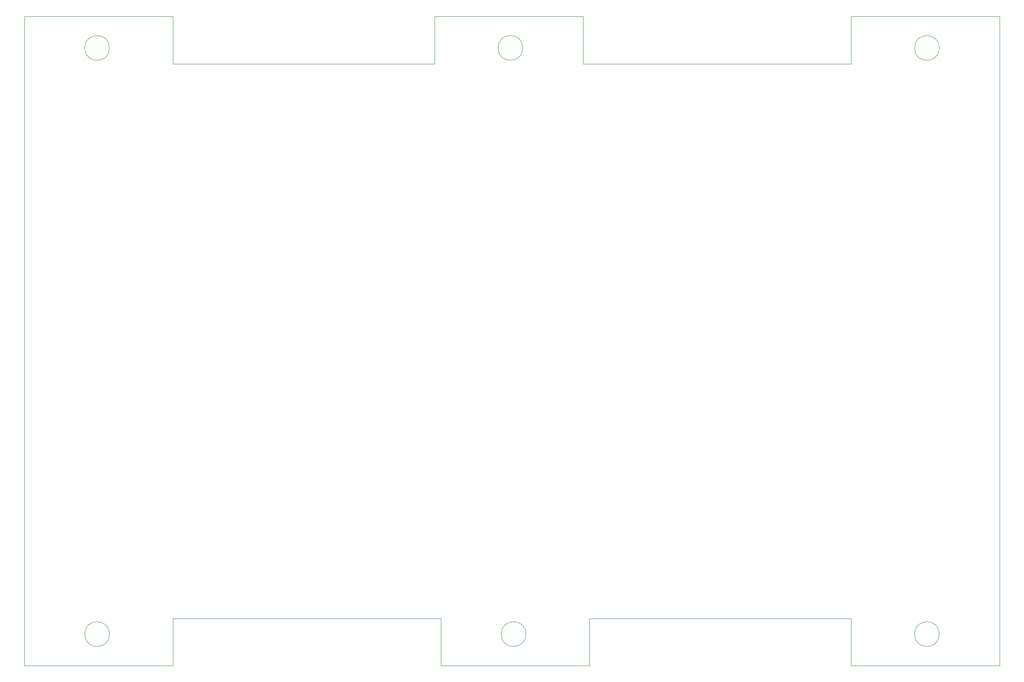
<source format=gm1>
%TF.GenerationSoftware,KiCad,Pcbnew,(5.1.10)-1*%
%TF.CreationDate,2021-07-09T21:45:08-04:00*%
%TF.ProjectId,CaelusPCB,4361656c-7573-4504-9342-2e6b69636164,v02*%
%TF.SameCoordinates,Original*%
%TF.FileFunction,Profile,NP*%
%FSLAX46Y46*%
G04 Gerber Fmt 4.6, Leading zero omitted, Abs format (unit mm)*
G04 Created by KiCad (PCBNEW (5.1.10)-1) date 2021-07-09 21:45:08*
%MOMM*%
%LPD*%
G01*
G04 APERTURE LIST*
%TA.AperFunction,Profile*%
%ADD10C,0.050000*%
%TD*%
G04 APERTURE END LIST*
D10*
X64730000Y-27305000D02*
G75*
G03*
X64730000Y-27305000I-2500000J0D01*
G01*
X145415000Y-20955000D02*
X130175000Y-20955000D01*
X213995000Y-20955000D02*
X243840000Y-20955000D01*
X213995000Y-30480000D02*
X213995000Y-20955000D01*
X145415000Y-20955000D02*
X160020000Y-20955000D01*
X130175000Y-20955000D02*
X130175000Y-30480000D01*
X160020000Y-30480000D02*
X213995000Y-30480000D01*
X130175000Y-30480000D02*
X77470000Y-30480000D01*
X160020000Y-20955000D02*
X160020000Y-30480000D01*
X77470000Y-20955000D02*
X47625000Y-20955000D01*
X77470000Y-30480000D02*
X77470000Y-20955000D01*
X231735000Y-27305000D02*
G75*
G03*
X231735000Y-27305000I-2500000J0D01*
G01*
X147915000Y-27305000D02*
G75*
G03*
X147915000Y-27305000I-2500000J0D01*
G01*
X231735000Y-145415000D02*
G75*
G03*
X231735000Y-145415000I-2500000J0D01*
G01*
X148550000Y-145415000D02*
G75*
G03*
X148550000Y-145415000I-2500000J0D01*
G01*
X64730000Y-145415000D02*
G75*
G03*
X64730000Y-145415000I-2500000J0D01*
G01*
X213995000Y-151765000D02*
X243840000Y-151765000D01*
X213995000Y-142240000D02*
X213995000Y-151765000D01*
X161290000Y-142240000D02*
X213995000Y-142240000D01*
X161290000Y-151765000D02*
X161290000Y-142240000D01*
X146050000Y-151765000D02*
X161290000Y-151765000D01*
X77470000Y-151765000D02*
X47625000Y-151765000D01*
X77470000Y-142240000D02*
X77470000Y-151765000D01*
X131445000Y-142240000D02*
X77470000Y-142240000D01*
X131445000Y-151765000D02*
X131445000Y-142240000D01*
X146050000Y-151765000D02*
X131445000Y-151765000D01*
X243840000Y-151765000D02*
X243840000Y-20955000D01*
X47625000Y-20955000D02*
X47625000Y-151765000D01*
M02*

</source>
